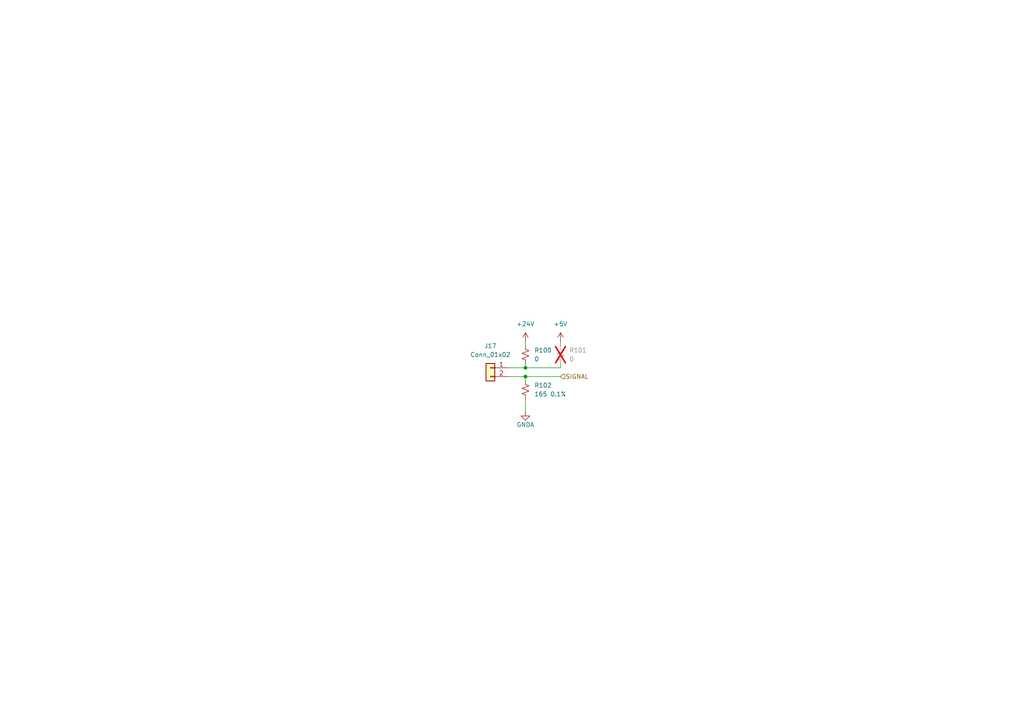
<source format=kicad_sch>
(kicad_sch (version 20231120) (generator "eeschema") (generator_version "8.0")
  (paper "A4")
  (lib_symbols
    (symbol "Connector_Generic:Conn_01x02" (pin_names (offset 1.016) hide)
      (property "Reference" "J" (at 0 2.54 0))
      (property "Value" "Conn_01x02" (at 0 -5.08 0))
      (symbol "Conn_01x02_1_1"
        (rectangle (start -1.27 -2.413) (end 0 -2.667) (stroke (width 0.1524)))
        (rectangle (start -1.27 0.127) (end 0 -0.127) (stroke (width 0.1524)))
        (rectangle (start -1.27 1.27) (end 1.27 -3.81) (stroke (width 0.254)) (fill (type background)))
        (pin passive line (at -5.08 0 0) (length 3.81) (name "Pin_1") (number "1"))
        (pin passive line (at -5.08 -2.54 0) (length 3.81) (name "Pin_2") (number "2"))
      )
    )
    (symbol "Device:R_Small_US" (pin_numbers hide) (pin_names (offset 0.254) hide)
      (property "Reference" "R" (at 0.762 0.508 0))
      (property "Value" "R_Small_US" (at 0.762 -1.016 0))
      (symbol "R_Small_US_1_1"
        (polyline (pts (xy 0 0) (xy 1.016 -0.381) (xy 0 -0.762) (xy -1.016 -1.143) (xy 0 -1.524)))
        (polyline (pts (xy 0 1.524) (xy 1.016 1.143) (xy 0 0.762) (xy -1.016 0.381) (xy 0 0)))
        (pin passive line (at 0 2.54 270) (length 1.016) (name "~") (number "1"))
        (pin passive line (at 0 -2.54 90) (length 1.016) (name "~") (number "2"))
      )
    )
    (symbol "power:+24V" (power) (pin_names (offset 0))
      (property "Value" "+24V" (at 0 3.556 0))
      (symbol "+24V_0_1"
        (polyline (pts (xy -0.762 1.27) (xy 0 2.54)))
        (polyline (pts (xy 0 0) (xy 0 2.54)))
        (polyline (pts (xy 0 2.54) (xy 0.762 1.27)))
      )
      (symbol "+24V_1_1"
        (pin power_in line (at 0 0 90) (length 0) hide (name "+24V") (number "1"))
      )
    )
    (symbol "power:+5V" (power) (pin_names (offset 0))
      (property "Value" "+5V" (at 0 3.556 0))
      (symbol "+5V_0_1"
        (polyline (pts (xy -0.762 1.27) (xy 0 2.54)))
        (polyline (pts (xy 0 0) (xy 0 2.54)))
        (polyline (pts (xy 0 2.54) (xy 0.762 1.27)))
      )
      (symbol "+5V_1_1"
        (pin power_in line (at 0 0 90) (length 0) hide (name "+5V") (number "1"))
      )
    )
    (symbol "power:GNDA" (power) (pin_names (offset 0))
      (property "Value" "GNDA" (at 0 -3.81 0))
      (symbol "GNDA_0_1"
        (polyline (pts (xy 0 0) (xy 0 -1.27) (xy 1.27 -1.27) (xy 0 -2.54) (xy -1.27 -1.27) (xy 0 -1.27)))
      )
      (symbol "GNDA_1_1"
        (pin power_in line (at 0 0 270) (length 0) hide (name "GNDA") (number "1"))
      )
    )
  )
  (junction (at 152.4 106.68))
  (junction (at 152.4 109.22))
  (wire (pts (xy 162.56 99.06) (xy 162.56 100.33)))
  (wire (pts (xy 152.4 115.57) (xy 152.4 119.38)))
  (wire (pts (xy 162.56 105.41) (xy 162.56 106.68)))
  (wire (pts (xy 152.4 105.41) (xy 152.4 106.68)))
  (wire (pts (xy 152.4 106.68) (xy 162.56 106.68)))
  (wire (pts (xy 152.4 110.49) (xy 152.4 109.22)))
  (wire (pts (xy 147.32 106.68) (xy 152.4 106.68)))
  (wire (pts (xy 152.4 109.22) (xy 162.56 109.22)))
  (wire (pts (xy 152.4 99.06) (xy 152.4 100.33)))
  (wire (pts (xy 147.32 109.22) (xy 152.4 109.22)))
  (hierarchical_label "SIGNAL" (shape input) (at 162.56 109.22 0))
  (symbol (lib_id "power:+24V") (at 152.4 99.06 0) (unit 1)
    (property "Reference" "#PWR096" (effects (hide yes)))
    (property "Value" "+24V" (at 152.4 93.98 0))
    (instances (project "8ch-mosfet" (path "" (reference "#PWR096") (unit 1)) (path "" (reference "#PWR093") (unit 1)) (path "" (reference "#PWR0102") (unit 1)) (path "" (reference "#PWR099") (unit 1))))
  )
  (symbol (lib_id "power:GNDA") (at 152.4 119.38 0) (unit 1)
    (property "Reference" "#PWR097" (effects (hide yes)))
    (property "Value" "GNDA" (at 152.4 123.19 0))
    (instances (project "8ch-mosfet" (path "" (reference "#PWR097") (unit 1)) (path "" (reference "#PWR094") (unit 1)) (path "" (reference "#PWR0103") (unit 1)) (path "" (reference "#PWR0100") (unit 1))))
  )
  (symbol (lib_id "power:+5V") (at 162.56 99.06 0) (unit 1)
    (property "Reference" "#PWR098" (effects (hide yes)))
    (property "Value" "+5V" (at 162.56 93.98 0))
    (instances (project "8ch-mosfet" (path "" (reference "#PWR098") (unit 1)) (path "" (reference "#PWR095") (unit 1)) (path "" (reference "#PWR0104") (unit 1)) (path "" (reference "#PWR0101") (unit 1))))
  )
  (symbol (lib_id "Device:R_Small_US") (at 152.4 102.87 180) (unit 1)
    (property "Reference" "R100" (at 154.94 101.6 0) (effects (justify right)))
    (property "Value" "0" (at 154.94 104.14 0) (effects (justify right)))
    (property "Footprint" "Resistor_SMD:R_0805_2012Metric_Pad1.20x1.40mm_HandSolder" (effects (hide yes)))
    (instances (project "8ch-mosfet" (path "" (reference "R100") (unit 1)) (path "" (reference "R97") (unit 1)) (path "" (reference "R106") (unit 1)) (path "" (reference "R103") (unit 1))))
  )
  (symbol (lib_id "Connector_Generic:Conn_01x02") (at 142.24 106.68 0) (mirror y) (unit 1)
    (property "Reference" "J16" (at 142.24 100.33 0))
    (property "Value" "Conn_01x02" (at 142.24 102.87 0))
    (property "Footprint" "Connector_JST:JST_PH_B2B-PH-K_1x02_P2.00mm_Vertical" (effects (hide yes)))
    (property "Description" "Generic connector, single row, 01x02, script generated (kicad-library-utils/schlib/autogen/connector/)" (effects (hide yes)))
    (instances (project "" (path "" (reference "J17") (unit 1)) (path "" (reference "J16") (unit 1)) (path "" (reference "J19") (unit 1)) (path "" (reference "J18") (unit 1))))
  )
  (symbol (lib_id "Device:R_Small_US") (at 152.4 113.03 180) (unit 1)
    (property "Reference" "R102" (at 154.94 111.76 0) (effects (justify right)))
    (property "Value" "165 0.1%" (at 154.94 114.3 0) (effects (justify right)))
    (property "Footprint" "Resistor_SMD:R_0805_2012Metric_Pad1.20x1.40mm_HandSolder" (effects (hide yes)))
    (instances (project "8ch-mosfet" (path "" (reference "R102") (unit 1)) (path "" (reference "R99") (unit 1)) (path "" (reference "R108") (unit 1)) (path "" (reference "R105") (unit 1))))
  )
  (symbol (lib_id "Device:R_Small_US") (at 162.56 102.87 180) (unit 1) (dnp yes)
    (property "Reference" "R101" (at 165.1 101.6 0) (effects (justify right)))
    (property "Value" "0" (at 165.1 104.14 0) (effects (justify right)))
    (property "Footprint" "Resistor_SMD:R_0805_2012Metric_Pad1.20x1.40mm_HandSolder" (effects (hide yes)))
    (instances (project "8ch-mosfet" (path "" (reference "R101") (unit 1)) (path "" (reference "R98") (unit 1)) (path "" (reference "R107") (unit 1)) (path "" (reference "R104") (unit 1))))
  )
)
</source>
